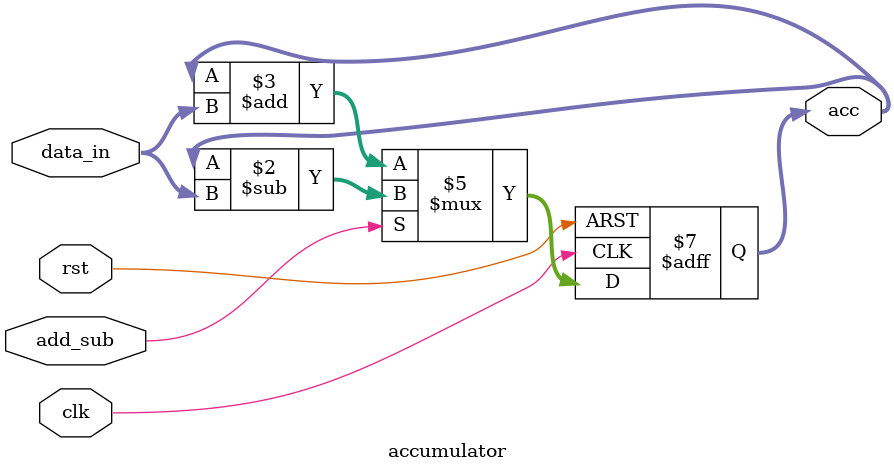
<source format=sv>
module accumulator(
    input wire clk,
    input wire rst,
    input wire add_sub, // 0 for addition, 1 for subtraction
    input wire [7:0] data_in,
    output reg [15:0] acc
);

always @(posedge clk or posedge rst)
begin
    if (rst)
        acc <= 0;
    else if (add_sub)
        acc <= acc - data_in;
    else
        acc <= acc + data_in;
end

endmodule

</source>
